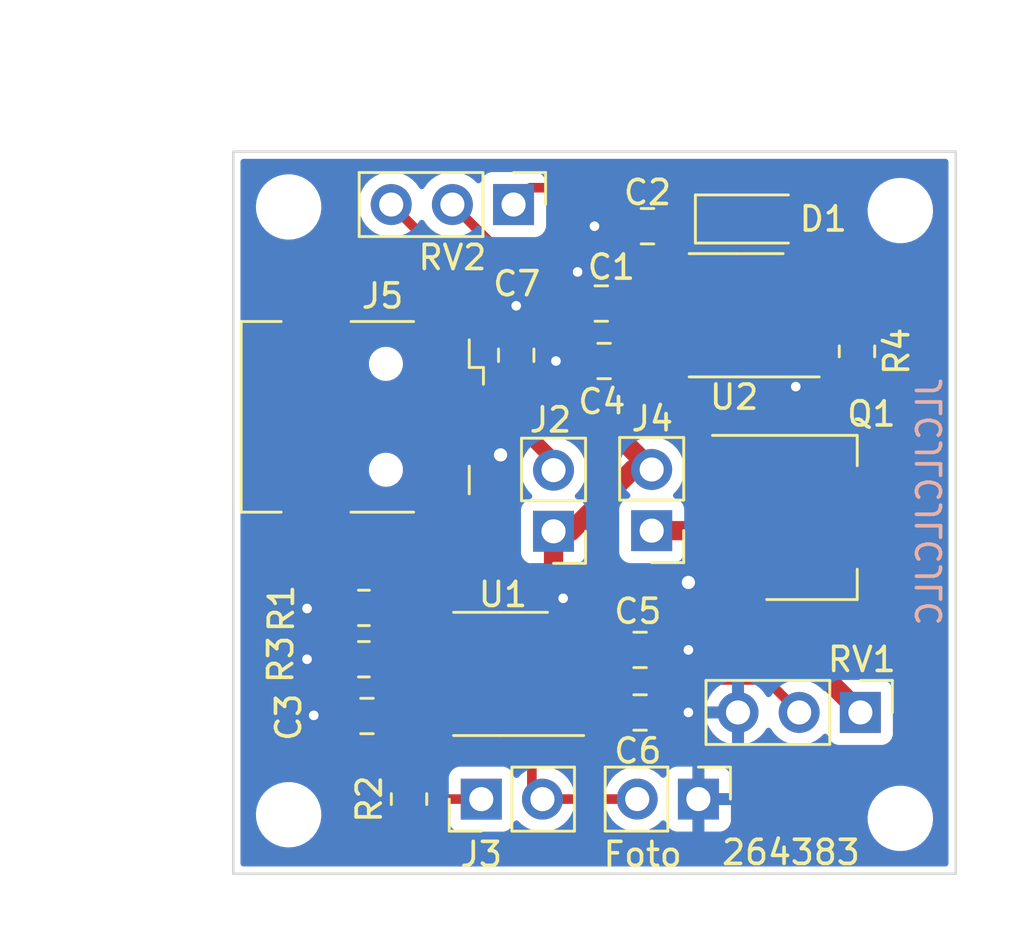
<source format=kicad_pcb>
(kicad_pcb (version 20221018) (generator pcbnew)
  (layers (0 "F.Cu" mixed) (31 "B.Cu" mixed) (34 "B.Paste" user) (35 "F.Paste" user) (36 "B.SilkS" user "B.Silkscreen") (37 "F.SilkS" user "F.Silkscreen") (38 "B.Mask" user) (39 "F.Mask" user) (44 "Edge.Cuts" user))
  (net 0 "")
  (net 1 "Net-(J3-Pin_1)")
  (net 2 "GND")
  (net 3 "Net-(U2-CV)")
  (net 4 "Net-(D1-K)")
  (net 5 "Net-(D1-A)")
  (net 6 "Net-(J3-Pin_2)")
  (net 7 "+5V")
  (net 8 "Net-(J2-Pin_2)")
  (net 9 "Net-(U1A--)")
  (net 10 "Net-(J4-Pin_1)")
  (net 11 "Net-(U2-THR)")
  (net 12 "Net-(U2-R)")
  (net 13 "Net-(U1B-+)")
  (net 14 "Net-(U2-DIS)")
  (net 15 "Net-(U1B-_)")
  (net 20 "Net-(Q1-G)")
  (footprint "Resistor_SMD:R_0805_2012Metric_Pad1.20x1.40mm_HandSolder" (layer "F.Cu") (at 71.2 74.2 90)
    (fp_text reference "R2" (at 0 -1.65 90) (layer "F.SilkS") (effects (font (thickness 0.153))))
    (fp_text value "100k")
    (fp_line (start -0.227064 -0.735) (end 0.227064 -0.735) (stroke (width 0.12)) (layer "F.SilkS"))
    (fp_line (start -0.227064 0.735) (end 0.227064 0.735) (stroke (width 0.12)) (layer "F.SilkS"))
    (pad "1" smd roundrect (at -1 0 90) (size 1.2 1.4) (layers "F.Cu" "F.Paste" "F.Mask") (roundrect_rratio 0.2083333333) (net 1 "Net-(J3-Pin_1)"))
    (pad "2" smd roundrect (at 1 0 90) (size 1.2 1.4) (layers "F.Cu" "F.Paste" "F.Mask") (roundrect_rratio 0.2083333333) (net 7 "+5V"))
  )
  (footprint "Capacitor_SMD:C_0805_2012Metric" (layer "F.Cu") (at 80.7946 68.0026)
    (fp_text reference "C5" (at -0.0946 -1.6026 180) (layer "F.SilkS") (effects (font (thickness 0.153))))
    (fp_text value "100n")
    (fp_line (start -0.261252 -0.735) (end 0.261252 -0.735) (stroke (width 0.12)) (layer "F.SilkS"))
    (fp_line (start -0.261252 0.735) (end 0.261252 0.735) (stroke (width 0.12)) (layer "F.SilkS"))
    (pad "1" smd roundrect (at -0.95 0) (size 1 1.45) (layers "F.Cu" "F.Paste" "F.Mask") (net 6 "Net-(J3-Pin_2)"))
    (pad "2" smd roundrect (at 0.95 0) (size 1 1.45) (layers "F.Cu" "F.Paste" "F.Mask") (net 2 "GND"))
  )
  (footprint "Capacitor_SMD:C_0805_2012Metric" (layer "F.Cu") (at 80.7946 70.6026)
    (fp_text reference "C6" (at -0.0946 1.5974 180) (layer "F.SilkS") (effects (font (thickness 0.153))))
    (fp_text value "100n")
    (fp_line (start -0.261252 -0.735) (end 0.261252 -0.735) (stroke (width 0.12)) (layer "F.SilkS"))
    (fp_line (start -0.261252 0.735) (end 0.261252 0.735) (stroke (width 0.12)) (layer "F.SilkS"))
    (pad "1" smd roundrect (at -0.95 0) (size 1 1.45) (layers "F.Cu" "F.Paste" "F.Mask") (net 9 "Net-(U1A--)"))
    (pad "2" smd roundrect (at 0.95 0) (size 1 1.45) (layers "F.Cu" "F.Paste" "F.Mask") (net 2 "GND"))
  )
  (footprint "Package_SO:SOIC-8_3.9x4.9mm_P1.27mm" (layer "F.Cu") (at 84.7824 54.1 180)
    (fp_text reference "U2" (at 0.0824 -3.4 180) (layer "F.SilkS") (effects (font (thickness 0.153))))
    (fp_text value "NE555D")
    (fp_line (start 0 -2.56) (end -3.45 -2.56) (stroke (width 0.12)) (layer "F.SilkS"))
    (fp_line (start 0 -2.56) (end 1.95 -2.56) (stroke (width 0.12)) (layer "F.SilkS"))
    (fp_line (start 0 2.56) (end -1.95 2.56) (stroke (width 0.12)) (layer "F.SilkS"))
    (fp_line (start 0 2.56) (end 1.95 2.56) (stroke (width 0.12)) (layer "F.SilkS"))
    (pad "1" smd roundrect (at -2.475 -1.905 180) (size 1.95 0.6) (layers "F.Cu" "F.Paste" "F.Mask") (net 2 "GND"))
    (pad "2" smd roundrect (at -2.475 -0.635 180) (size 1.95 0.6) (layers "F.Cu" "F.Paste" "F.Mask") (net 11 "Net-(U2-THR)"))
    (pad "3" smd roundrect (at -2.475 0.635 180) (size 1.95 0.6) (layers "F.Cu" "F.Paste" "F.Mask") (net 5 "Net-(D1-A)"))
    (pad "4" smd roundrect (at -2.475 1.905 180) (size 1.95 0.6) (layers "F.Cu" "F.Paste" "F.Mask") (net 12 "Net-(U2-R)"))
    (pad "5" smd roundrect (at 2.475 1.905 180) (size 1.95 0.6) (layers "F.Cu" "F.Paste" "F.Mask") (net 3 "Net-(U2-CV)"))
    (pad "6" smd roundrect (at 2.475 0.635 180) (size 1.95 0.6) (layers "F.Cu" "F.Paste" "F.Mask") (net 11 "Net-(U2-THR)"))
    (pad "7" smd roundrect (at 2.475 -0.635 180) (size 1.95 0.6) (layers "F.Cu" "F.Paste" "F.Mask") (net 14 "Net-(U2-DIS)"))
    (pad "8" smd roundrect (at 2.475 -1.905 180) (size 1.95 0.6) (layers "F.Cu" "F.Paste" "F.Mask") (net 7 "+5V"))
  )
  (footprint "Package_SO:SO-8_3.9x4.9mm_P1.27mm" (layer "F.Cu") (at 75 69 180)
    (fp_text reference "U1" (at -0.1 3.3) (layer "F.SilkS") (effects (font (thickness 0.153))))
    (fp_text value "MCP6562")
    (fp_line (start 0 -2.56) (end -3.45 -2.56) (stroke (width 0.12)) (layer "F.SilkS"))
    (fp_line (start 0 -2.56) (end 1.95 -2.56) (stroke (width 0.12)) (layer "F.SilkS"))
    (fp_line (start 0 2.56) (end -1.95 2.56) (stroke (width 0.12)) (layer "F.SilkS"))
    (fp_line (start 0 2.56) (end 1.95 2.56) (stroke (width 0.12)) (layer "F.SilkS"))
    (pad "1" smd roundrect (at -2.575 -1.905 180) (size 1.75 0.6) (layers "F.Cu" "F.Paste" "F.Mask") (net 12 "Net-(U2-R)"))
    (pad "2" smd roundrect (at -2.575 -0.635 180) (size 1.75 0.6) (layers "F.Cu" "F.Paste" "F.Mask") (net 9 "Net-(U1A--)"))
    (pad "3" smd roundrect (at -2.575 0.635 180) (size 1.75 0.6) (layers "F.Cu" "F.Paste" "F.Mask") (net 6 "Net-(J3-Pin_2)"))
    (pad "4" smd roundrect (at -2.575 1.905 180) (size 1.75 0.6) (layers "F.Cu" "F.Paste" "F.Mask") (net 2 "GND"))
    (pad "5" smd roundrect (at 2.575 1.905 180) (size 1.75 0.6) (layers "F.Cu" "F.Paste" "F.Mask") (net 13 "Net-(U1B-+)"))
    (pad "6" smd roundrect (at 2.575 0.635 180) (size 1.75 0.6) (layers "F.Cu" "F.Paste" "F.Mask") (net 15 "Net-(U1B-_)"))
    (pad "7" smd roundrect (at 2.575 -0.635 180) (size 1.75 0.6) (layers "F.Cu" "F.Paste" "F.Mask"))
    (pad "8" smd roundrect (at 2.575 -1.905 180) (size 1.75 0.6) (layers "F.Cu" "F.Paste" "F.Mask") (net 7 "+5V"))
  )
  (footprint "Capacitor_SMD:C_0805_2012Metric" (layer "F.Cu") (at 75.6502 55.7628 90)
    (fp_text reference "C7" (at 2.9718 0.0254) (layer "F.SilkS") (effects (font (thickness 0.153))))
    (fp_text value "100n")
    (fp_line (start -0.261252 -0.735) (end 0.261252 -0.735) (stroke (width 0.12)) (layer "F.SilkS"))
    (fp_line (start -0.261252 0.735) (end 0.261252 0.735) (stroke (width 0.12)) (layer "F.SilkS"))
    (pad "1" smd roundrect (at -0.95 0 90) (size 1 1.45) (layers "F.Cu" "F.Paste" "F.Mask") (net 8 "Net-(J2-Pin_2)"))
    (pad "2" smd roundrect (at 0.95 0 90) (size 1 1.45) (layers "F.Cu" "F.Paste" "F.Mask") (net 2 "GND"))
  )
  (footprint "Capacitor_SMD:C_0805_2012Metric" (layer "F.Cu") (at 81.1 50.4)
    (fp_text reference "C2" (at 0 -1.4) (layer "F.SilkS") (effects (font (thickness 0.153))))
    (fp_text value "10n")
    (fp_line (start -0.261252 -0.735) (end 0.261252 -0.735) (stroke (width 0.12)) (layer "F.SilkS"))
    (fp_line (start -0.261252 0.735) (end 0.261252 0.735) (stroke (width 0.12)) (layer "F.SilkS"))
    (pad "1" smd roundrect (at -0.95 0) (size 1 1.45) (layers "F.Cu" "F.Paste" "F.Mask") (net 2 "GND"))
    (pad "2" smd roundrect (at 0.95 0) (size 1 1.45) (layers "F.Cu" "F.Paste" "F.Mask") (net 3 "Net-(U2-CV)"))
  )
  (footprint "MountingHole:MountingHole_2.2mm_M2_ISO14580" (layer "F.Cu") (at 66.2 74.85)
    (fp_text reference "H3" hide)
    (fp_text value "MountingHole")
    (pad "" np_thru_hole circle (at 0 0) (size 2.2 2.2) (drill 2.2) (layers "*.Cu" "*.Mask"))
  )
  (footprint "MountingHole:MountingHole_2.2mm_M2_ISO14580" (layer "F.Cu") (at 91.6 49.75)
    (fp_text reference "H1" hide)
    (fp_text value "MountingHole")
    (pad "" np_thru_hole circle (at 0 0) (size 2.2 2.2) (drill 2.2) (layers "*.Cu" "*.Mask"))
  )
  (footprint "Connector_PinHeader_2.54mm:PinHeader_1x02_P2.54mm_Vertical" (layer "F.Cu") (at 74.2 74.2026 90)
    (fp_text reference "J3" (at -2.2974 0) (layer "F.SilkS") (effects (font (thickness 0.153))))
    (fp_text value "Conn_01x02_Pin")
    (fp_line (start -1.33 -1.33) (end 0 -1.33) (stroke (width 0.12)) (layer "F.SilkS"))
    (fp_line (start -1.33 0) (end -1.33 -1.33) (stroke (width 0.12)) (layer "F.SilkS"))
    (fp_line (start -1.33 1.27) (end -1.33 3.87) (stroke (width 0.12)) (layer "F.SilkS"))
    (fp_line (start -1.33 1.27) (end 1.33 1.27) (stroke (width 0.12)) (layer "F.SilkS"))
    (fp_line (start -1.33 3.87) (end 1.33 3.87) (stroke (width 0.12)) (layer "F.SilkS"))
    (fp_line (start 1.33 1.27) (end 1.33 3.87) (stroke (width 0.12)) (layer "F.SilkS"))
    (pad "1" thru_hole rect (at 0 0 90) (size 1.7 1.7) (drill 1) (layers "*.Cu" "*.Mask") (net 1 "Net-(J3-Pin_1)"))
    (pad "2" thru_hole oval (at 0 2.54 90) (size 1.7 1.7) (drill 1) (layers "*.Cu" "*.Mask") (net 6 "Net-(J3-Pin_2)"))
  )
  (footprint "Package_TO_SOT_SMD:SOT-223-3_TabPin2" (layer "F.Cu") (at 87.9 62.5)
    (fp_text reference "Q1" (at 2.5 -4.3) (layer "F.SilkS") (effects (font (thickness 0.153))))
    (fp_text value "BUK7880-55A")
    (fp_line (start -4.1 -3.41) (end 1.91 -3.41) (stroke (width 0.12)) (layer "F.SilkS"))
    (fp_line (start -1.85 3.41) (end 1.91 3.41) (stroke (width 0.12)) (layer "F.SilkS"))
    (fp_line (start 1.91 -3.41) (end 1.91 -2.15) (stroke (width 0.12)) (layer "F.SilkS"))
    (fp_line (start 1.91 3.41) (end 1.91 2.15) (stroke (width 0.12)) (layer "F.SilkS"))
    (pad "1" smd rect (at -3.15 -2.3) (size 2 1.5) (layers "F.Cu" "F.Paste" "F.Mask") (net 20 "Net-(Q1-G)"))
    (pad "2" smd rect (at -3.15 0) (size 2 1.5) (layers "F.Cu" "F.Paste" "F.Mask") (net 10 "Net-(J4-Pin_1)"))
    (pad "2" smd rect (at 3.15 0) (size 2 3.8) (layers "F.Cu" "F.Paste" "F.Mask") (net 10 "Net-(J4-Pin_1)"))
    (pad "3" smd rect (at -3.15 2.3) (size 2 1.5) (layers "F.Cu" "F.Paste" "F.Mask") (net 2 "GND"))
  )
  (footprint "Resistor_SMD:R_0805_2012Metric_Pad1.20x1.40mm_HandSolder" (layer "F.Cu") (at 69.3262 68.3904)
    (fp_text reference "R3" (at -3.4544 0.0096 90) (layer "F.SilkS") (effects (font (thickness 0.153))))
    (fp_text value "10M")
    (fp_line (start -0.227064 -0.735) (end 0.227064 -0.735) (stroke (width 0.12)) (layer "F.SilkS"))
    (fp_line (start -0.227064 0.735) (end 0.227064 0.735) (stroke (width 0.12)) (layer "F.SilkS"))
    (pad "1" smd roundrect (at -1 0) (size 1.2 1.4) (layers "F.Cu" "F.Paste" "F.Mask") (roundrect_rratio 0.2083333333) (net 2 "GND"))
    (pad "2" smd roundrect (at 1 0) (size 1.2 1.4) (layers "F.Cu" "F.Paste" "F.Mask") (roundrect_rratio 0.2083333333) (net 15 "Net-(U1B-_)"))
  )
  (footprint "Connector_PinHeader_2.54mm:PinHeader_1x02_P2.54mm_Vertical" (layer "F.Cu") (at 77.2 63.075 180)
    (fp_text reference "J2" (at 0.127 4.6278) (layer "F.SilkS") (effects (font (thickness 0.153))))
    (fp_text value "Conn_01x02_Pin")
    (fp_line (start -1.33 -1.33) (end 0 -1.33) (stroke (width 0.12)) (layer "F.SilkS"))
    (fp_line (start -1.33 0) (end -1.33 -1.33) (stroke (width 0.12)) (layer "F.SilkS"))
    (fp_line (start -1.33 1.27) (end -1.33 3.87) (stroke (width 0.12)) (layer "F.SilkS"))
    (fp_line (start -1.33 1.27) (end 1.33 1.27) (stroke (width 0.12)) (layer "F.SilkS"))
    (fp_line (start -1.33 3.87) (end 1.33 3.87) (stroke (width 0.12)) (layer "F.SilkS"))
    (fp_line (start 1.33 1.27) (end 1.33 3.87) (stroke (width 0.12)) (layer "F.SilkS"))
    (pad "1" thru_hole rect (at 0 0 180) (size 1.7 1.7) (drill 1) (layers "*.Cu" "*.Mask") (net 7 "+5V"))
    (pad "2" thru_hole oval (at 0 2.54 180) (size 1.7 1.7) (drill 1) (layers "*.Cu" "*.Mask") (net 8 "Net-(J2-Pin_2)"))
  )
  (footprint "Capacitor_SMD:C_0805_2012Metric" (layer "F.Cu") (at 69.4532 70.748)
    (fp_text reference "C3" (at -3.2532 0.052 90) (layer "F.SilkS") (effects (font (thickness 0.153))))
    (fp_text value "100n")
    (fp_line (start -0.261252 -0.735) (end 0.261252 -0.735) (stroke (width 0.12)) (layer "F.SilkS"))
    (fp_line (start -0.261252 0.735) (end 0.261252 0.735) (stroke (width 0.12)) (layer "F.SilkS"))
    (pad "1" smd roundrect (at -0.95 0) (size 1 1.45) (layers "F.Cu" "F.Paste" "F.Mask") (net 2 "GND"))
    (pad "2" smd roundrect (at 0.95 0) (size 1 1.45) (layers "F.Cu" "F.Paste" "F.Mask") (net 7 "+5V"))
  )
  (footprint "Connector_PinHeader_2.54mm:PinHeader_1x03_P2.54mm_Vertical" (layer "F.Cu") (at 75.54 49.5 -90)
    (fp_text reference "RV2" (at 2.2 2.54) (layer "F.SilkS") (effects (font (thickness 0.153))))
    (fp_text value "10k")
    (fp_line (start -1.33 -1.33) (end 0 -1.33) (stroke (width 0.12)) (layer "F.SilkS"))
    (fp_line (start -1.33 0) (end -1.33 -1.33) (stroke (width 0.12)) (layer "F.SilkS"))
    (fp_line (start -1.33 1.27) (end -1.33 6.41) (stroke (width 0.12)) (layer "F.SilkS"))
    (fp_line (start -1.33 1.27) (end 1.33 1.27) (stroke (width 0.12)) (layer "F.SilkS"))
    (fp_line (start -1.33 6.41) (end 1.33 6.41) (stroke (width 0.12)) (layer "F.SilkS"))
    (fp_line (start 1.33 1.27) (end 1.33 6.41) (stroke (width 0.12)) (layer "F.SilkS"))
    (pad "1" thru_hole rect (at 0 0 270) (size 1.7 1.7) (drill 1) (layers "*.Cu" "*.Mask") (net 4 "Net-(D1-K)"))
    (pad "2" thru_hole oval (at 0 2.54 270) (size 1.7 1.7) (drill 1) (layers "*.Cu" "*.Mask") (net 11 "Net-(U2-THR)"))
    (pad "3" thru_hole oval (at 0 5.08 270) (size 1.7 1.7) (drill 1) (layers "*.Cu" "*.Mask") (net 14 "Net-(U2-DIS)"))
  )
  (footprint "MountingHole:MountingHole_2.2mm_M2_ISO14580" (layer "F.Cu") (at 66.2 49.6)
    (fp_text reference "H2" hide)
    (fp_text value "MountingHole")
    (pad "" np_thru_hole circle (at 0 0) (size 2.2 2.2) (drill 2.2) (layers "*.Cu" "*.Mask"))
  )
  (footprint "MountingHole:MountingHole_2.2mm_M2_ISO14580" (layer "F.Cu") (at 91.6 75)
    (fp_text reference "H4" hide)
    (fp_text value "MountingHole")
    (pad "" np_thru_hole circle (at 0 0) (size 2.2 2.2) (drill 2.2) (layers "*.Cu" "*.Mask"))
  )
  (footprint "Connector_PinHeader_2.54mm:PinHeader_1x02_P2.54mm_Vertical" (layer "F.Cu") (at 81.2754 63.0474 180)
    (fp_text reference "J4" (at -0.0246 4.6474 180) (layer "F.SilkS") (effects (font (thickness 0.153))))
    (fp_text value "Conn_01x02_Pin")
    (fp_line (start -1.33 -1.33) (end 0 -1.33) (stroke (width 0.12)) (layer "F.SilkS"))
    (fp_line (start -1.33 0) (end -1.33 -1.33) (stroke (width 0.12)) (layer "F.SilkS"))
    (fp_line (start -1.33 1.27) (end -1.33 3.87) (stroke (width 0.12)) (layer "F.SilkS"))
    (fp_line (start -1.33 1.27) (end 1.33 1.27) (stroke (width 0.12)) (layer "F.SilkS"))
    (fp_line (start -1.33 3.87) (end 1.33 3.87) (stroke (width 0.12)) (layer "F.SilkS"))
    (fp_line (start 1.33 1.27) (end 1.33 3.87) (stroke (width 0.12)) (layer "F.SilkS"))
    (pad "1" thru_hole rect (at 0 0 180) (size 1.7 1.7) (drill 1) (layers "*.Cu" "*.Mask") (net 10 "Net-(J4-Pin_1)"))
    (pad "2" thru_hole oval (at 0 2.54 180) (size 1.7 1.7) (drill 1) (layers "*.Cu" "*.Mask") (net 7 "+5V"))
  )
  (footprint "Capacitor_SMD:C_0805_2012Metric" (layer "F.Cu") (at 79.3 56)
    (fp_text reference "C4" (at -0.0928 1.6892 180) (layer "F.SilkS") (effects (font (thickness 0.153))))
    (fp_text value "100n")
    (fp_line (start -0.261252 -0.735) (end 0.261252 -0.735) (stroke (width 0.12)) (layer "F.SilkS"))
    (fp_line (start -0.261252 0.735) (end 0.261252 0.735) (stroke (width 0.12)) (layer "F.SilkS"))
    (pad "1" smd roundrect (at -0.95 0) (size 1 1.45) (layers "F.Cu" "F.Paste" "F.Mask") (net 2 "GND"))
    (pad "2" smd roundrect (at 0.95 0) (size 1 1.45) (layers "F.Cu" "F.Paste" "F.Mask") (net 7 "+5V"))
  )
  (footprint "Connector_PinHeader_2.54mm:PinHeader_1x03_P2.54mm_Vertical" (layer "F.Cu") (at 89.94 70.6 -90)
    (fp_text reference "RV1" (at -2.2 -0.06) (layer "F.SilkS") (effects (font (thickness 0.153))))
    (fp_text value "10k")
    (fp_line (start -1.33 -1.33) (end 0 -1.33) (stroke (width 0.12)) (layer "F.SilkS"))
    (fp_line (start -1.33 0) (end -1.33 -1.33) (stroke (width 0.12)) (layer "F.SilkS"))
    (fp_line (start -1.33 1.27) (end -1.33 6.41) (stroke (width 0.12)) (layer "F.SilkS"))
    (fp_line (start -1.33 1.27) (end 1.33 1.27) (stroke (width 0.12)) (layer "F.SilkS"))
    (fp_line (start -1.33 6.41) (end 1.33 6.41) (stroke (width 0.12)) (layer "F.SilkS"))
    (fp_line (start 1.33 1.27) (end 1.33 6.41) (stroke (width 0.12)) (layer "F.SilkS"))
    (pad "1" thru_hole rect (at 0 0 270) (size 1.7 1.7) (drill 1) (layers "*.Cu" "*.Mask") (net 7 "+5V"))
    (pad "2" thru_hole oval (at 0 2.54 270) (size 1.7 1.7) (drill 1) (layers "*.Cu" "*.Mask") (net 9 "Net-(U1A--)"))
    (pad "3" thru_hole oval (at 0 5.08 270) (size 1.7 1.7) (drill 1) (layers "*.Cu" "*.Mask") (net 2 "GND"))
  )
  (footprint "Connector_PinHeader_2.54mm:PinHeader_1x02_P2.54mm_Vertical" (layer "F.Cu") (at 83.2154 74.2 -90)
    (fp_text reference "Foto" (at 2.3 2.3154 180) (layer "F.SilkS") (effects (font (thickness 0.153))))
    (fp_text value "R")
    (fp_line (start -1.33 -1.33) (end 0 -1.33) (stroke (width 0.12)) (layer "F.SilkS"))
    (fp_line (start -1.33 0) (end -1.33 -1.33) (stroke (width 0.12)) (layer "F.SilkS"))
    (fp_line (start -1.33 1.27) (end -1.33 3.87) (stroke (width 0.12)) (layer "F.SilkS"))
    (fp_line (start -1.33 1.27) (end 1.33 1.27) (stroke (width 0.12)) (layer "F.SilkS"))
    (fp_line (start -1.33 3.87) (end 1.33 3.87) (stroke (width 0.12)) (layer "F.SilkS"))
    (fp_line (start 1.33 1.27) (end 1.33 3.87) (stroke (width 0.12)) (layer "F.SilkS"))
    (pad "1" thru_hole rect (at 0 0 270) (size 1.7 1.7) (drill 1) (layers "*.Cu" "*.Mask") (net 2 "GND"))
    (pad "2" thru_hole oval (at 0 2.54 270) (size 1.7 1.7) (drill 1) (layers "*.Cu" "*.Mask") (net 6 "Net-(J3-Pin_2)"))
  )
  (footprint "Resistor_SMD:R_0805_2012Metric_Pad1.20x1.40mm_HandSolder" (layer "F.Cu") (at 69.3262 66.2568)
    (fp_text reference "R1" (at -3.4262 0.0254 90) (layer "F.SilkS") (effects (font (thickness 0.153))))
    (fp_text value "10k")
    (fp_line (start -0.227064 -0.735) (end 0.227064 -0.735) (stroke (width 0.12)) (layer "F.SilkS"))
    (fp_line (start -0.227064 0.735) (end 0.227064 0.735) (stroke (width 0.12)) (layer "F.SilkS"))
    (pad "1" smd roundrect (at -1 0) (size 1.2 1.4) (layers "F.Cu" "F.Paste" "F.Mask") (roundrect_rratio 0.2083333333) (net 2 "GND"))
    (pad "2" smd roundrect (at 1 0) (size 1.2 1.4) (layers "F.Cu" "F.Paste" "F.Mask") (roundrect_rratio 0.2083333333) (net 13 "Net-(U1B-+)"))
  )
  (footprint "Resistor_SMD:R_0805_2012Metric_Pad1.20x1.40mm_HandSolder" (layer "F.Cu") (at 89.8 55.6 -90)
    (fp_text reference "R4" (at 0 -1.65 90) (layer "F.SilkS") (effects (font (thickness 0.153))))
    (fp_text value "10k")
    (fp_line (start -0.227064 -0.735) (end 0.227064 -0.735) (stroke (width 0.12)) (layer "F.SilkS"))
    (fp_line (start -0.227064 0.735) (end 0.227064 0.735) (stroke (width 0.12)) (layer "F.SilkS"))
    (pad "1" smd roundrect (at -1 0 270) (size 1.2 1.4) (layers "F.Cu" "F.Paste" "F.Mask") (roundrect_rratio 0.208333) (net 5 "Net-(D1-A)"))
    (pad "2" smd roundrect (at 1 0 270) (size 1.2 1.4) (layers "F.Cu" "F.Paste" "F.Mask") (roundrect_rratio 0.208333) (net 20 "Net-(Q1-G)"))
  )
  (footprint "Connector_USB:USB_Mini-B_Wuerth_65100516121_Horizontal" (layer "F.Cu") (at 70.24 58.3184 -90)
    (fp_text reference "J5" (at -5.0184 0.14) (layer "F.SilkS") (effects (font (thickness 0.153))))
    (fp_text value "USB_B_Mini")
    (fp_line (start -3.96 1.45) (end -3.96 -1.15) (stroke (width 0.12)) (layer "F.SilkS"))
    (fp_line (start -3.96 4.35) (end -3.96 6.01) (stroke (width 0.12)) (layer "F.SilkS"))
    (fp_line (start -3.96 6.01) (end 3.96 6.01) (stroke (width 0.12)) (layer "F.SilkS"))
    (fp_line (start -3.2 -3.46) (end -2.05 -3.46) (stroke (width 0.12)) (layer "F.SilkS"))
    (fp_line (start -2.05 -4.05) (end -1.35 -4.05) (stroke (width 0.12)) (layer "F.SilkS"))
    (fp_line (start -2.05 -3.46) (end -2.05 -4.05) (stroke (width 0.12)) (layer "F.SilkS"))
    (fp_line (start 2.05 -3.46) (end 3.2 -3.46) (stroke (width 0.12)) (layer "F.SilkS"))
    (fp_line (start 3.96 -1.15) (end 3.96 1.45) (stroke (width 0.12)) (layer "F.SilkS"))
    (fp_line (start 3.96 6.01) (end 3.96 4.35) (stroke (width 0.12)) (layer "F.SilkS"))
    (pad "" np_thru_hole circle (at -2.2 0 270) (size 0.9 0.9) (drill 0.9) (layers "*.Cu" "*.Mask"))
    (pad "" np_thru_hole circle (at 2.2 0 270) (size 0.9 0.9) (drill 0.9) (layers "*.Cu" "*.Mask"))
    (pad "1" smd rect (at -1.6 -2.6 270) (size 0.5 2.5) (layers "F.Cu" "F.Paste" "F.Mask") (net 8 "Net-(J2-Pin_2)"))
    (pad "2" smd rect (at -0.8 -2.6 270) (size 0.5 2.5) (layers "F.Cu" "F.Paste" "F.Mask"))
    (pad "3" smd rect (at 0 -2.6 270) (size 0.5 2.5) (layers "F.Cu" "F.Paste" "F.Mask"))
    (pad "4" smd rect (at 0.8 -2.6 270) (size 0.5 2.5) (layers "F.Cu" "F.Paste" "F.Mask"))
    (pad "5" smd rect (at 1.6 -2.6 270) (size 0.5 2.5) (layers "F.Cu" "F.Paste" "F.Mask") (net 2 "GND"))
    (pad "6" smd rect (at -4.4 -2.6 270) (size 2 2.5) (layers "F.Cu" "F.Paste" "F.Mask") (net 2 "GND"))
    (pad "6" smd rect (at -4.4 2.9 270) (size 2 2.5) (layers "F.Cu" "F.Paste" "F.Mask") (net 2 "GND"))
    (pad "6" smd rect (at 4.4 -2.6 270) (size 2 2.5) (layers "F.Cu" "F.Paste" "F.Mask") (net 2 "GND"))
    (pad "6" smd rect (at 4.4 2.9 270) (size 2 2.5) (layers "F.Cu" "F.Paste" "F.Mask") (net 2 "GND"))
  )
  (footprint "Diode_SMD:D_SOD-123F" (layer "F.Cu") (at 85.3 50.1)
    (fp_text reference "D1" (at 3.1 0) (layer "F.SilkS") (effects (font (thickness 0.153))))
    (fp_text value "D_Schottky")
    (fp_line (start -2.21 -1) (end -2.21 1) (stroke (width 0.12)) (layer "F.SilkS"))
    (fp_line (start -2.21 -1) (end 1.65 -1) (stroke (width 0.12)) (layer "F.SilkS"))
    (fp_line (start -2.21 1) (end 1.65 1) (stroke (width 0.12)) (layer "F.SilkS"))
    (pad "1" smd roundrect (at -1.4 0) (size 1.1 1.1) (layers "F.Cu" "F.Paste" "F.Mask") (roundrect_rratio 0.2272727273) (net 4 "Net-(D1-K)"))
    (pad "2" smd roundrect (at 1.4 0) (size 1.1 1.1) (layers "F.Cu" "F.Paste" "F.Mask") (roundrect_rratio 0.2272727273) (net 5 "Net-(D1-A)"))
  )
  (footprint "Capacitor_SMD:C_0805_2012Metric" (layer "F.Cu") (at 79.1832 53.6124 180)
    (fp_text reference "C1" (at -0.4168 1.5124 180) (layer "F.SilkS") (effects (font (thickness 0.153))))
    (fp_text value "330n")
    (fp_line (start -0.261252 -0.735) (end 0.261252 -0.735) (stroke (width 0.12)) (layer "F.SilkS"))
    (fp_line (start -0.261252 0.735) (end 0.261252 0.735) (stroke (width 0.12)) (layer "F.SilkS"))
    (pad "1" smd roundrect (at -0.95 0 180) (size 1 1.45) (layers "F.Cu" "F.Paste" "F.Mask") (net 11 "Net-(U2-THR)"))
    (pad "2" smd roundrect (at 0.95 0 180) (size 1 1.45) (layers "F.Cu" "F.Paste" "F.Mask") (net 2 "GND"))
  )
  (gr_rect (start 63.9 47.3) (end 93.9 77.3) (stroke (width 0.1)) (fill none) (layer "Edge.Cuts"))
  (gr_text "JLCJLCJLCJLC" (at 93.4 56.6 90) (layer "B.SilkS") (effects (font (size 1 1) (thickness 0.153)) (justify left bottom mirror)))
  (gr_text "264383" (at 84.1 77) (layer "F.SilkS") (effects (font (size 1 1) (thickness 0.153)) (justify left bottom)))
  (segment (start 71.2 75.2) (end 72.2 74.2) (width 0.4) (layer "F.Cu") (net 1))
  (segment (start 74.1974 74.2) (end 74.2 74.2026) (width 0.4) (layer "F.Cu") (net 1))
  (segment (start 72.2 74.2) (end 74.1974 74.2) (width 0.4) (layer "F.Cu") (net 1))
  (segment (start 78.2 52.3) (end 78.2 53.5792) (width 0.4) (layer "F.Cu") (net 2))
  (segment (start 78.35 56) (end 77.3 56) (width 0.6) (layer "F.Cu") (net 2))
  (segment (start 67.2942 70.7734) (end 68.5794 70.7734) (width 0.4) (layer "F.Cu") (net 2))
  (segment (start 81.7446 70.6026) (end 82.7974 70.6026) (width 0.4) (layer "F.Cu") (net 2))
  (segment (start 84.75 64.8) (end 83.2 64.8) (width 0.8) (layer "F.Cu") (net 2))
  (segment (start 87.2574 57.0638) (end 87.2574 56.005) (width 0.4) (layer "F.Cu") (net 2))
  (segment (start 72.84 59.9184) (end 74.9816 59.9184) (width 0.6) (layer "F.Cu") (net 2))
  (segment (start 77.6 67.07) (end 77.575 67.095) (width 0.4) (layer "F.Cu") (net 2))
  (segment (start 74.9816 59.9184) (end 75 59.9) (width 0.6) (layer "F.Cu") (net 2))
  (segment (start 75.6502 54.8128) (end 75.6502 53.7054) (width 0.4) (layer "F.Cu") (net 2))
  (segment (start 83.2 64.8) (end 82.8 65.2) (width 0.8) (layer "F.Cu") (net 2))
  (segment (start 67.34 62.7184) (end 72.84 62.7184) (width 0.8) (layer "F.Cu") (net 2))
  (segment (start 68.1484 68.3904) (end 66.964 68.3904) (width 0.4) (layer "F.Cu") (net 2))
  (segment (start 67.2434 70.7226) (end 67.2942 70.7734) (width 0.4) (layer "F.Cu") (net 2))
  (segment (start 82.7974 70.6026) (end 82.8 70.6) (width 0.4) (layer "F.Cu") (net 2))
  (segment (start 68.1484 66.2822) (end 66.964 66.2822) (width 0.4) (layer "F.Cu") (net 2))
  (segment (start 77.6 65.8595) (end 77.6 67.07) (width 0.4) (layer "F.Cu") (net 2))
  (segment (start 67.34 53.9184) (end 67.34 62.7184) (width 0.8) (layer "F.Cu") (net 2))
  (segment (start 72.84 53.9184) (end 67.34 53.9184) (width 0.8) (layer "F.Cu") (net 2))
  (segment (start 72.84 62.7184) (end 72.84 59.9684) (width 0.8) (layer "F.Cu") (net 2))
  (segment (start 78.2 53.5792) (end 78.2332 53.6124) (width 0.4) (layer "F.Cu") (net 2))
  (segment (start 80.15 50.4) (end 78.9 50.4) (width 0.4) (layer "F.Cu") (net 2))
  (segment (start 81.7446 68.0026) (end 82.8 68.0026) (width 0.4) (layer "F.Cu") (net 2))
  (via (at 82.8 68.0026) (size 0.8) (drill 0.4) (layers "F.Cu" "B.Cu") (net 2))
  (via (at 78.2 52.3) (size 0.8) (drill 0.4) (layers "F.Cu" "B.Cu") (net 2))
  (via (at 67.2434 70.7226) (size 0.8) (drill 0.4) (layers "F.Cu" "B.Cu") (net 2))
  (via (at 78.9 50.4) (size 0.8) (drill 0.4) (layers "F.Cu" "B.Cu") (net 2))
  (via (at 82.8 65.2) (size 1) (drill 0.55) (layers "F.Cu" "B.Cu") (net 2))
  (via (at 75.6502 53.7054) (size 0.8) (drill 0.4) (layers "F.Cu" "B.Cu") (net 2))
  (via (at 77.3 56) (size 0.8) (drill 0.4) (layers "F.Cu" "B.Cu") (net 2))
  (via (at 75 59.9) (size 1) (drill 0.55) (layers "F.Cu" "B.Cu") (net 2))
  (via (at 87.2574 57.0638) (size 0.8) (drill 0.4) (layers "F.Cu" "B.Cu") (net 2))
  (via (at 66.964 66.2822) (size 0.8) (drill 0.4) (layers "F.Cu" "B.Cu") (net 2))
  (via (at 82.8 70.6) (size 0.8) (drill 0.4) (layers "F.Cu" "B.Cu") (net 2))
  (via (at 77.6 65.8595) (size 0.8) (drill 0.4) (layers "F.Cu" "B.Cu") (net 2))
  (via (at 66.964 68.3904) (size 0.8) (drill 0.4) (layers "F.Cu" "B.Cu") (net 2))
  (segment (start 82.3074 52.195) (end 82.3074 50.3206) (width 0.4) (layer "F.Cu") (net 3))
  (segment (start 82.3074 50.3206) (end 82.221 50.2342) (width 0.4) (layer "F.Cu") (net 3))
  (segment (start 83.9 50.1) (end 83.9 49.6) (width 0.4) (layer "F.Cu") (net 4))
  (segment (start 83.9 49.6) (end 83.1 48.8) (width 0.4) (layer "F.Cu") (net 4))
  (segment (start 83.1 48.8) (end 76.24 48.8) (width 0.4) (layer "F.Cu") (net 4))
  (segment (start 76.24 48.8) (end 75.54 49.5) (width 0.4) (layer "F.Cu") (net 4))
  (segment (start 86.774583 53.465) (end 85.6 52.290417) (width 0.4) (layer "F.Cu") (net 5))
  (segment (start 88.665 53.465) (end 89.8 54.6) (width 0.4) (layer "F.Cu") (net 5))
  (segment (start 87.2574 53.465) (end 86.774583 53.465) (width 0.4) (layer "F.Cu") (net 5))
  (segment (start 87.2574 53.465) (end 88.665 53.465) (width 0.4) (layer "F.Cu") (net 5))
  (segment (start 86.6 50.1) (end 86.7 50.1) (width 0.4) (layer "F.Cu") (net 5))
  (segment (start 85.6 52.290417) (end 85.6 51.1) (width 0.4) (layer "F.Cu") (net 5))
  (segment (start 85.6 51.1) (end 86.6 50.1) (width 0.4) (layer "F.Cu") (net 5))
  (segment (start 77.192183 68.365) (end 77.575 68.365) (width 0.4) (layer "F.Cu") (net 6))
  (segment (start 76.74 74.2026) (end 76.3 73.7626) (width 0.4) (layer "F.Cu") (net 6))
  (segment (start 76.3 69.257183) (end 77.192183 68.365) (width 0.4) (layer "F.Cu") (net 6))
  (segment (start 76.3 73.7626) (end 76.3 69.257183) (width 0.4) (layer "F.Cu") (net 6))
  (segment (start 76.8154 74.2) (end 80.6754 74.2) (width 0.4) (layer "F.Cu") (net 6))
  (segment (start 77.575 68.365) (end 79.4822 68.365) (width 0.4) (layer "F.Cu") (net 6))
  (segment (start 79.4822 68.365) (end 79.8446 68.0026) (width 0.4) (layer "F.Cu") (net 6))
  (segment (start 80.2428 59.4748) (end 80.2428 56.0072) (width 0.8) (layer "F.Cu") (net 7))
  (segment (start 80.6 66.4) (end 83.1 66.4) (width 0.8) (layer "F.Cu") (net 7))
  (segment (start 70.5 72.2) (end 70.5 72.5) (width 0.8) (layer "F.Cu") (net 7))
  (segment (start 80.25 56) (end 82.3024 56) (width 0.6) (layer "F.Cu") (net 7))
  (segment (start 77.2 64.8) (end 79 64.8) (width 0.8) (layer "F.Cu") (net 7))
  (segment (start 65.4 70.7) (end 66.9 72.2) (width 0.8) (layer "F.Cu") (net 7))
  (segment (start 70.4032 70.748) (end 70.5552 70.9) (width 0.6) (layer "F.Cu") (net 7))
  (segment (start 83.1 66.4) (end 84.9 68.2) (width 0.8) (layer "F.Cu") (net 7))
  (segment (start 82.3024 56) (end 82.3074 56.005) (width 0.6) (layer "F.Cu") (net 7))
  (segment (start 80.2428 56.0072) (end 80.25 56) (width 0.8) (layer "F.Cu") (net 7))
  (segment (start 84.9 68.2) (end 87.54 68.2) (width 0.8) (layer "F.Cu") (net 7))
  (segment (start 77.925 63.075) (end 80.4926 60.5074) (width 0.8) (layer "F.Cu") (net 7))
  (segment (start 77.2 63.075) (end 77.2 64.8) (width 0.8) (layer "F.Cu") (net 7))
  (segment (start 70.5 70.8448) (end 70.4032 70.748) (width 0.8) (layer "F.Cu") (net 7))
  (segment (start 72.42 70.9) (end 72.425 70.905) (width 0.6) (layer "F.Cu") (net 7))
  (segment (start 66.9 72.2) (end 70.5 72.2) (width 0.8) (layer "F.Cu") (net 7))
  (segment (start 65.4 65.9) (end 65.4 70.7) (width 0.8) (layer "F.Cu") (net 7))
  (segment (start 77.2 63.075) (end 77.925 63.075) (width 0.8) (layer "F.Cu") (net 7))
  (segment (start 70.5552 70.9) (end 72.42 70.9) (width 0.6) (layer "F.Cu") (net 7))
  (segment (start 70.5 72.5) (end 71.2 73.2) (width 0.8) (layer "F.Cu") (net 7))
  (segment (start 80.4926 60.5074) (end 81.2754 60.5074) (width 0.8) (layer "F.Cu") (net 7))
  (segment (start 81.2754 60.5074) (end 80.2428 59.4748) (width 0.8) (layer "F.Cu") (net 7))
  (segment (start 66.5 64.8) (end 65.4 65.9) (width 0.8) (layer "F.Cu") (net 7))
  (segment (start 70.5 72.2) (end 70.5 70.8448) (width 0.8) (layer "F.Cu") (net 7))
  (segment (start 87.54 68.2) (end 89.94 70.6) (width 0.8) (layer "F.Cu") (net 7))
  (segment (start 79 64.8) (end 80.6 66.4) (width 0.8) (layer "F.Cu") (net 7))
  (segment (start 77.2 64.8) (end 66.5 64.8) (width 0.8) (layer "F.Cu") (net 7))
  (segment (start 75.6502 56.7128) (end 75.6502 58.561) (width 0.6) (layer "F.Cu") (net 8))
  (segment (start 75.6502 58.561) (end 77.597 60.5078) (width 0.6) (layer "F.Cu") (net 8))
  (segment (start 75.6446 56.7184) (end 75.6502 56.7128) (width 0.6) (layer "F.Cu") (net 8))
  (segment (start 72.84 56.7184) (end 75.6446 56.7184) (width 0.6) (layer "F.Cu") (net 8))
  (segment (start 78.877 69.635) (end 77.575 69.635) (width 0.4) (layer "F.Cu") (net 9))
  (segment (start 81.1972 69.25) (end 86.05 69.25) (width 0.4) (layer "F.Cu") (net 9))
  (segment (start 79.8446 70.6026) (end 81.1972 69.25) (width 0.4) (layer "F.Cu") (net 9))
  (segment (start 86.05 69.25) (end 87.4 70.6) (width 0.4) (layer "F.Cu") (net 9))
  (segment (start 79.8446 70.6026) (end 78.877 69.635) (width 0.4) (layer "F.Cu") (net 9))
  (segment (start 84.2026 63.0474) (end 84.75 62.5) (width 0.8) (layer "F.Cu") (net 10))
  (segment (start 84.75 62.5) (end 91.05 62.5) (width 0.8) (layer "F.Cu") (net 10))
  (segment (start 81.2754 63.0474) (end 84.2026 63.0474) (width 0.8) (layer "F.Cu") (net 10))
  (segment (start 80.1332 53.6124) (end 80.1332 52.6508) (width 0.4) (layer "F.Cu") (net 11))
  (segment (start 86.8286 54.73) (end 85.965 54.73) (width 0.4) (layer "F.Cu") (net 11))
  (segment (start 85.965 54.73) (end 84.7 53.465) (width 0.4) (layer "F.Cu") (net 11))
  (segment (start 80.1332 52.6508) (end 78.7824 51.3) (width 0.4) (layer "F.Cu") (net 11))
  (segment (start 80.1332 53.6124) (end 82.16 53.6124) (width 0.4) (layer "F.Cu") (net 11))
  (segment (start 82.16 53.6124) (end 82.3074 53.465) (width 0.4) (layer "F.Cu") (net 11))
  (segment (start 84.7 53.465) (end 82.3074 53.465) (width 0.4) (layer "F.Cu") (net 11))
  (segment (start 87.2574 54.735) (end 86.8336 54.735) (width 0.4) (layer "F.Cu") (net 11))
  (segment (start 78.7824 51.3) (end 74.8 51.3) (width 0.4) (layer "F.Cu") (net 11))
  (segment (start 74.8 51.3) (end 73 49.5) (width 0.4) (layer "F.Cu") (net 11))
  (segment (start 86.8336 54.735) (end 86.8286 54.73) (width 0.4) (layer "F.Cu") (net 11))
  (segment (start 92.6 71.8) (end 92.6 55.151872) (width 0.4) (layer "F.Cu") (net 12))
  (segment (start 89.643128 52.195) (end 87.2574 52.195) (width 0.4) (layer "F.Cu") (net 12))
  (segment (start 79.07 72.4) (end 92 72.4) (width 0.4) (layer "F.Cu") (net 12))
  (segment (start 92 72.4) (end 92.6 71.8) (width 0.4) (layer "F.Cu") (net 12))
  (segment (start 92.6 55.151872) (end 89.643128 52.195) (width 0.4) (layer "F.Cu") (net 12))
  (segment (start 77.575 70.905) (end 79.07 72.4) (width 0.4) (layer "F.Cu") (net 12))
  (segment (start 71.6122 66.2822) (end 72.425 67.095) (width 0.4) (layer "F.Cu") (net 13))
  (segment (start 70.1484 66.2822) (end 71.6122 66.2822) (width 0.4) (layer "F.Cu") (net 13))
  (segment (start 77.1 53.6) (end 76.3 52.8) (width 0.4) (layer "F.Cu") (net 14))
  (segment (start 76.3 52.8) (end 75.451472 52.8) (width 0.4) (layer "F.Cu") (net 14))
  (segment (start 77.1 54.2) (end 77.1 53.6) (width 0.4) (layer "F.Cu") (net 14))
  (segment (start 73.751472 51.1) (end 72.06 51.1) (width 0.4) (layer "F.Cu") (net 14))
  (segment (start 77.6374 54.7374) (end 77.1 54.2) (width 0.4) (layer "F.Cu") (net 14))
  (segment (start 75.451472 52.8) (end 73.751472 51.1) (width 0.4) (layer "F.Cu") (net 14))
  (segment (start 72.06 51.1) (end 70.46 49.5) (width 0.4) (layer "F.Cu") (net 14))
  (segment (start 82.3074 54.735) (end 82.305 54.7374) (width 0.4) (layer "F.Cu") (net 14))
  (segment (start 82.305 54.7374) (end 77.6374 54.7374) (width 0.4) (layer "F.Cu") (net 14))
  (segment (start 72.3996 68.3904) (end 72.425 68.365) (width 0.4) (layer "F.Cu") (net 15))
  (segment (start 70.1484 68.3904) (end 72.3996 68.3904) (width 0.4) (layer "F.Cu") (net 15))
  (segment (start 84.75 60.2) (end 84.75 59.35) (width 0.4) (layer "F.Cu") (net 20))
  (segment (start 84.75 59.35) (end 86.2362 57.8638) (width 0.4) (layer "F.Cu") (net 20))
  (segment (start 86.2362 57.8638) (end 88.4362 57.8638) (width 0.4) (layer "F.Cu") (net 20))
  (segment (start 88.4362 57.8638) (end 89.7 56.6) (width 0.4) (layer "F.Cu") (net 20))
  (segment (start 89.7 56.6) (end 89.8 56.6) (width 0.4) (layer "F.Cu") (net 20))
  (zone (net 10) (net_name "Net-(J4-Pin_1)") (layer "F.Cu") (priority 1) (connect_pads yes (clearance 0.2)) (min_thickness 0.25) (fill yes (thermal_gap 0.5) (thermal_bridge_width 0.5))
    (polygon (pts (xy 86.3 58.5) (xy 86.3 67.2) (xy 92.3 67.2) (xy 92.3 58.5)))
  )
  (zone (net 2) (net_name "GND") (layer "B.Cu") (connect_pads (clearance 0.5)) (min_thickness 0.25) (fill yes (thermal_gap 0.5) (thermal_bridge_width 0.5))
    (polygon (pts (xy 61.595 45.72) (xy 61.595 78.615) (xy 95.5 78.7) (xy 95.455 45.82)))
  )
)
</source>
